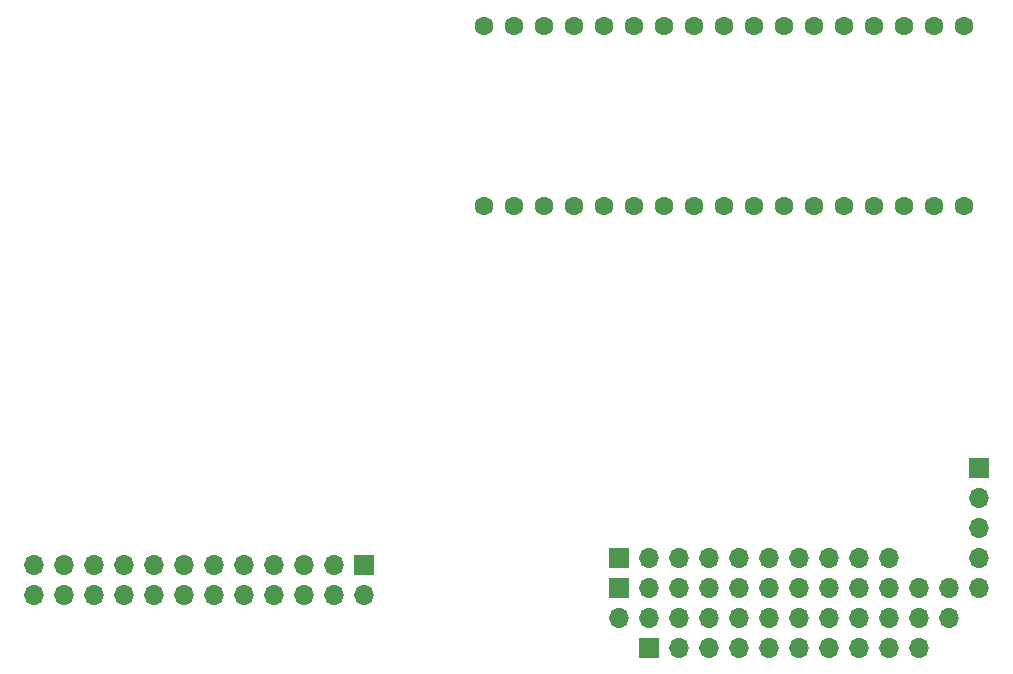
<source format=gbr>
%TF.GenerationSoftware,KiCad,Pcbnew,(6.0.7)*%
%TF.CreationDate,2022-09-10T09:27:16+02:00*%
%TF.ProjectId,K616_USB_IF,4b363136-5f55-4534-925f-49462e6b6963,0*%
%TF.SameCoordinates,PX73df160PY5f71980*%
%TF.FileFunction,Soldermask,Bot*%
%TF.FilePolarity,Negative*%
%FSLAX46Y46*%
G04 Gerber Fmt 4.6, Leading zero omitted, Abs format (unit mm)*
G04 Created by KiCad (PCBNEW (6.0.7)) date 2022-09-10 09:27:16*
%MOMM*%
%LPD*%
G01*
G04 APERTURE LIST*
%ADD10C,1.600000*%
%ADD11R,1.700000X1.700000*%
%ADD12O,1.700000X1.700000*%
G04 APERTURE END LIST*
D10*
%TO.C,U14*%
X10160000Y30460000D03*
X12700000Y30460000D03*
X15240000Y30460000D03*
X17780000Y30460000D03*
X20320000Y30460000D03*
X22860000Y30460000D03*
X25400000Y30460000D03*
X27940000Y30460000D03*
X30480000Y30460000D03*
X33020000Y30460000D03*
X35560000Y30460000D03*
X38100000Y30460000D03*
X40640000Y30460000D03*
X43180000Y30460000D03*
X45720000Y30460000D03*
X48260000Y30460000D03*
X50800000Y30460000D03*
X50800000Y45700000D03*
X48260000Y45700000D03*
X45720000Y45700000D03*
X43180000Y45700000D03*
X40640000Y45700000D03*
X38100000Y45700000D03*
X35560000Y45700000D03*
X33020000Y45700000D03*
X30480000Y45700000D03*
X27940000Y45700000D03*
X25400000Y45700000D03*
X22860000Y45700000D03*
X20320000Y45700000D03*
X17780000Y45700000D03*
X15240000Y45700000D03*
X12700000Y45700000D03*
X10160000Y45700000D03*
%TD*%
D11*
%TO.C,J4*%
X21590000Y-1905000D03*
D12*
X21590000Y-4445000D03*
X24130000Y-1905000D03*
X24130000Y-4445000D03*
X26670000Y-1905000D03*
X26670000Y-4445000D03*
X29210000Y-1905000D03*
X29210000Y-4445000D03*
X31750000Y-1905000D03*
X31750000Y-4445000D03*
X34290000Y-1905000D03*
X34290000Y-4445000D03*
X36830000Y-1905000D03*
X36830000Y-4445000D03*
X39370000Y-1905000D03*
X39370000Y-4445000D03*
X41910000Y-1905000D03*
X41910000Y-4445000D03*
X44450000Y-1905000D03*
X44450000Y-4445000D03*
X46990000Y-1905000D03*
X46990000Y-4445000D03*
X49530000Y-1905000D03*
X49530000Y-4445000D03*
%TD*%
D11*
%TO.C,J1*%
X0Y0D03*
D12*
X0Y-2540000D03*
X-2540000Y0D03*
X-2540000Y-2540000D03*
X-5080000Y0D03*
X-5080000Y-2540000D03*
X-7620000Y0D03*
X-7620000Y-2540000D03*
X-10160000Y0D03*
X-10160000Y-2540000D03*
X-12700000Y0D03*
X-12700000Y-2540000D03*
X-15240000Y0D03*
X-15240000Y-2540000D03*
X-17780000Y0D03*
X-17780000Y-2540000D03*
X-20320000Y0D03*
X-20320000Y-2540000D03*
X-22860000Y0D03*
X-22860000Y-2540000D03*
X-25400000Y0D03*
X-25400000Y-2540000D03*
X-27940000Y0D03*
X-27940000Y-2540000D03*
%TD*%
D11*
%TO.C,J5*%
X52070000Y8255000D03*
D12*
X52070000Y5715000D03*
X52070000Y3175000D03*
X52070000Y635000D03*
X52070000Y-1905000D03*
%TD*%
D11*
%TO.C,J2*%
X21590000Y635000D03*
D12*
X24130000Y635000D03*
X26670000Y635000D03*
X29210000Y635000D03*
X31750000Y635000D03*
X34290000Y635000D03*
X36830000Y635000D03*
X39370000Y635000D03*
X41910000Y635000D03*
X44450000Y635000D03*
%TD*%
D11*
%TO.C,J3*%
X24130000Y-6985000D03*
D12*
X26670000Y-6985000D03*
X29210000Y-6985000D03*
X31750000Y-6985000D03*
X34290000Y-6985000D03*
X36830000Y-6985000D03*
X39370000Y-6985000D03*
X41910000Y-6985000D03*
X44450000Y-6985000D03*
X46990000Y-6985000D03*
%TD*%
M02*

</source>
